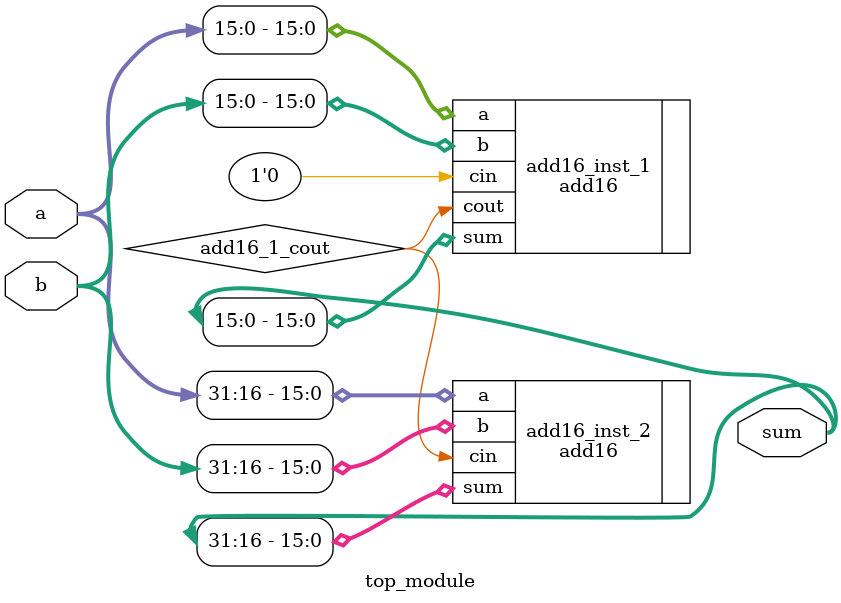
<source format=v>
module top_module(
    input [31:0] a,
    input [31:0] b,
    output [31:0] sum
);
    wire add16_1_cout;
    
    add16 add16_inst_1 (
        .a(a[15:0]),
        .b(b[15:0]),
        .cin(1'b0),
        .sum(sum[15:0]),
        .cout(add16_1_cout)
    );
    
    add16 add16_inst_2 (
        .a(a[31:16]),
        .b(b[31:16]),
        .cin(add16_1_cout),
        .sum(sum[31:16]),
        //.cout()
    );

endmodule
</source>
